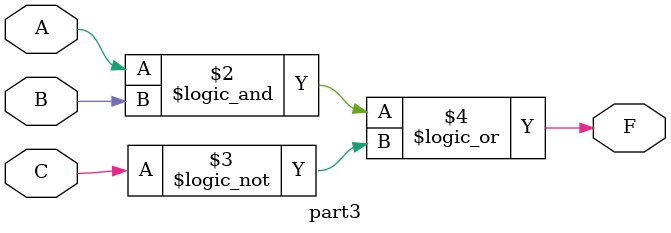
<source format=v>
`timescale 1ns / 1ps
module part3(A,B,C,F); //Declare variables
input A, B,C; //Define inputs
output F; //Define outputs
reg F; //Make output a register to procedurally assign the value
always @ (A or B or C) //Monitor inputs for changes
    begin
        F = (A && B) || !(C); //Assign logic expression to output
    end
endmodule

</source>
